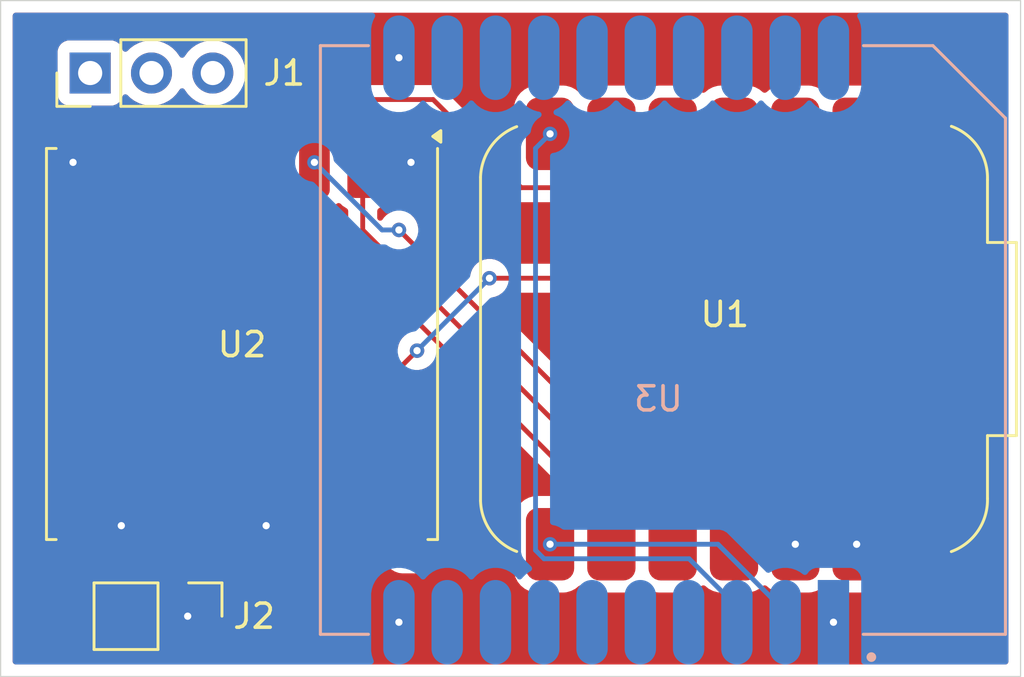
<source format=kicad_pcb>
(kicad_pcb (version 20241229) (generator "pcbnew") (generator_version "9.0")
  (layers (0 "F.Cu" signal) (4 "In1.Cu" signal) (6 "In2.Cu" signal) (2 "B.Cu" signal) (13 "F.Paste" user) (15 "B.Paste" user) (5 "F.SilkS" user "F.Silkscreen") (7 "B.SilkS" user "B.Silkscreen") (1 "F.Mask" user) (3 "B.Mask" user) (25 "Edge.Cuts" user))
  (net 0 "")
  (net 1 "+3.3V")
  (net 2 "MISO")
  (net 3 "GND")
  (net 4 "DI0")
  (net 5 "SCK")
  (net 8 "+5V")
  (net 9 "MOSI")
  (net 11 "GPSTX")
  (net 13 "GPSRX")
  (net 17 "NSS")
  (net 37 "RFANT")
  (footprint "JOE Library:MCU_Seeed_ESP32C6 joe" (layer "F.Cu") (at 174.63 88.77 -90)
    (property "Reference" "U1" (at -1.02 0.38 0) (layer "F.SilkS"))
    (property "Value" "XIAO-ESP32-C6")
    (fp_line (start -6.7 10.5) (end 6.7 10.5) (stroke (width 0.12)) (layer "F.SilkS"))
    (fp_line (start -4 -10.5) (end -6.6 -10.5) (stroke (width 0.12)) (layer "F.SilkS"))
    (fp_line (start -4 -10.5) (end -4 -11.7) (stroke (width 0.12)) (layer "F.SilkS"))
    (fp_line (start 6.6 -10.5) (end 4 -10.5) (stroke (width 0.12)) (layer "F.SilkS"))
    (fp_line (start -4 -11.7) (end 4 -11.7) (stroke (width 0.12)) (layer "F.SilkS"))
    (fp_line (start 4 -11.7) (end 4 -10.5) (stroke (width 0.12)) (layer "F.SilkS"))
    (fp_arc (start -6.7 10.5) (mid -7.977232 10.068125) (end -8.8 9) (stroke (width 0.12)) (layer "F.SilkS"))
    (fp_arc (start 8.8 9) (mid 7.977232 10.068125) (end 6.7 10.5) (stroke (width 0.12)) (layer "F.SilkS"))
    (fp_arc (start -8.812892 -9.00468) (mid -7.949609 -10.111769) (end -6.600468 -10.499999) (stroke (width 0.12)) (layer "F.SilkS"))
    (fp_arc (start 6.6 -10.499999) (mid 7.944325 -10.107116) (end 8.804034 -9.001464) (stroke (width 0.12)) (layer "F.SilkS"))
    (pad "1" smd roundrect (at -8.5 -7.62 270) (size 3 2) (layers "F.Cu" "F.Mask" "F.Paste"))
    (pad "2" smd roundrect (at -8.5 -5.08 270) (size 3 2) (layers "F.Cu" "F.Mask" "F.Paste") (net 4 "DI0"))
    (pad "3" smd roundrect (at -8.5 -2.54 270) (size 3 2) (layers "F.Cu" "F.Mask" "F.Paste") (net 17 "NSS"))
    (pad "4" smd roundrect (at -8.5 0 270) (size 3 2) (layers "F.Cu" "F.Mask" "F.Paste"))
    (pad "5" smd roundrect (at -8.5 2.54 270) (size 3 2) (layers "F.Cu" "F.Mask" "F.Paste"))
    (pad "6" smd roundrect (at -8.5 5.08 270) (size 3 2) (layers "F.Cu" "F.Mask" "F.Paste"))
    (pad "7" smd roundrect (at -8.5 7.62 270) (size 3 2) (layers "F.Cu" "F.Mask" "F.Paste") (net 13 "GPSRX"))
    (pad "8" smd roundrect (at 8.5 7.62 270) (size 3 2) (layers "F.Cu" "F.Mask" "F.Paste") (net 11 "GPSTX"))
    (pad "9" smd roundrect (at 8.5 5.08 270) (size 3 2) (layers "F.Cu" "F.Mask" "F.Paste") (net 5 "SCK"))
    (pad "10" smd roundrect (at 8.5 2.54 270) (size 3 2) (layers "F.Cu" "F.Mask" "F.Paste") (net 2 "MISO"))
    (pad "11" smd roundrect (at 8.5 0 270) (size 3 2) (layers "F.Cu" "F.Mask" "F.Paste") (net 9 "MOSI"))
    (pad "12" smd roundrect (at 8.5 -2.54 270) (size 3 2) (layers "F.Cu" "F.Mask" "F.Paste") (net 1 "+3.3V"))
    (pad "13" smd roundrect (at 8.5 -5.08 270) (size 3 2) (layers "F.Cu" "F.Mask" "F.Paste") (net 3 "GND"))
    (pad "14" smd roundrect (at 8.5 -7.62 270) (size 3 2) (layers "F.Cu" "F.Mask" "F.Paste") (net 8 "+5V"))
    (pad "15" smd roundrect (at 2.1 0.6 270) (size 3.5 3.5) (property pad_prop_heatsink) (layers "F.Cu" "F.Mask") (roundrect_rratio 0.07142857143))
    (pad "16" smd roundrect (at -4.5 -0.4 270) (size 2.3 1.3) (layers "F.Cu" "F.Mask" "F.Paste") (roundrect_rratio 0.1923076923))
    (pad "17" smd roundrect (at -4.5 -2.3 270) (size 2.3 1.3) (layers "F.Cu" "F.Mask" "F.Paste") (roundrect_rratio 0.1923076923))
    (pad "18" smd circle (at -1.27 -8.62 270) (size 1.3 1.3) (layers "F.Cu" "F.Mask" "F.Paste"))
    (pad "19" smd circle (at -1.27 -6.04 270) (size 1.3 1.3) (layers "F.Cu" "F.Mask" "F.Paste"))
    (pad "20" smd circle (at -1.27 -3.5 270) (size 1.3 1.3) (layers "F.Cu" "F.Mask" "F.Paste"))
    (pad "21" smd circle (at 1.27 -3.5 270) (size 1.3 1.3) (layers "F.Cu" "F.Mask" "F.Paste"))
    (pad "22" smd circle (at 1.27 -6.04 270) (size 1.3 1.3) (layers "F.Cu" "F.Mask" "F.Paste"))
    (pad "23" smd circle (at 1.27 -8.62 270) (size 1.3 1.3) (layers "F.Cu" "F.Mask" "F.Paste"))
  )
  (footprint "Connector_PinHeader_2.54mm:PinHeader_1x03_P2.54mm_Vertical" (layer "F.Cu") (at 147.96 77.75 90)
    (property "Reference" "J1" (at 0 8.04 180) (layer "F.SilkS"))
    (property "Value" "Conn_01x03_Pin" (hide yes))
    (fp_line (start -1.38 -1.38) (end 0 -1.38) (stroke (width 0.12)) (layer "F.SilkS"))
    (fp_line (start -1.38 0) (end -1.38 -1.38) (stroke (width 0.12)) (layer "F.SilkS"))
    (fp_line (start 1.38 1.27) (end 1.38 6.46) (stroke (width 0.12)) (layer "F.SilkS"))
    (fp_line (start -1.38 1.27) (end 1.38 1.27) (stroke (width 0.12)) (layer "F.SilkS"))
    (fp_line (start -1.38 1.27) (end -1.38 6.46) (stroke (width 0.12)) (layer "F.SilkS"))
    (fp_line (start -1.38 6.46) (end 1.38 6.46) (stroke (width 0.12)) (layer "F.SilkS"))
    (pad "1" thru_hole rect (at 0 0 90) (size 1.7 1.7) (drill 1) (layers "*.Cu" "*.Mask") (net 3 "GND"))
    (pad "2" thru_hole circle (at 0 2.54 90) (size 1.7 1.7) (drill 1) (layers "*.Cu" "*.Mask") (net 1 "+3.3V"))
    (pad "3" thru_hole circle (at 0 5.08 90) (size 1.7 1.7) (drill 1) (layers "*.Cu" "*.Mask"))
  )
  (footprint "RF_Module:HOPERF_RFM9XW_SMD" (layer "F.Cu") (at 154.25 88.975 -90)
    (property "Reference" "U2" (at 0.025 0 0) (layer "F.SilkS"))
    (property "Value" "RFM69HCW")
    (fp_line (start -8.1 8.1) (end 8.1 8.1) (stroke (width 0.12)) (layer "F.SilkS"))
    (fp_line (start 8.1 8.1) (end 8.1 7.7) (stroke (width 0.12)) (layer "F.SilkS"))
    (fp_line (start -8.1 7.7) (end -8.1 8.1) (stroke (width 0.12)) (layer "F.SilkS"))
    (fp_line (start -8.1 -8.1) (end 8.1 -8.1) (stroke (width 0.12)) (layer "F.SilkS"))
    (fp_line (start 8.1 -8.1) (end 8.1 -7.7) (stroke (width 0.12)) (layer "F.SilkS"))
    (fp_poly (pts (xy -8.6 -7.9) (xy -8.84 -8.236) (xy -8.36 -8.236) (xy -8.6 -7.9)) (stroke (width 0.12)) (fill yes) (layer "F.SilkS"))
    (pad "1" smd roundrect (at -7.525 -7 270) (size 2.95 1.27) (layers "F.Cu" "F.Mask" "F.Paste") (net 3 "GND"))
    (pad "2" smd roundrect (at -7.525 -5 270) (size 2.95 1.27) (layers "F.Cu" "F.Mask" "F.Paste") (net 2 "MISO"))
    (pad "3" smd roundrect (at -7.525 -3 270) (size 2.95 1.27) (layers "F.Cu" "F.Mask" "F.Paste") (net 9 "MOSI"))
    (pad "4" smd roundrect (at -7.525 -1 270) (size 2.95 1.27) (layers "F.Cu" "F.Mask" "F.Paste") (net 5 "SCK"))
    (pad "5" smd roundrect (at -7.525 1 270) (size 2.95 1.27) (layers "F.Cu" "F.Mask" "F.Paste") (net 17 "NSS"))
    (pad "6" smd roundrect (at -7.525 3 270) (size 2.95 1.27) (layers "F.Cu" "F.Mask" "F.Paste"))
    (pad "7" smd roundrect (at -7.525 5 270) (size 2.95 1.27) (layers "F.Cu" "F.Mask" "F.Paste"))
    (pad "8" smd roundrect (at -7.525 7 270) (size 2.95 1.27) (layers "F.Cu" "F.Mask" "F.Paste") (net 3 "GND"))
    (pad "9" smd roundrect (at 7.525 7 270) (size 2.95 1.27) (layers "F.Cu" "F.Mask" "F.Paste") (net 37 "RFANT"))
    (pad "10" smd roundrect (at 7.525 5 270) (size 2.95 1.27) (layers "F.Cu" "F.Mask" "F.Paste") (net 3 "GND"))
    (pad "11" smd roundrect (at 7.525 3 270) (size 2.95 1.27) (layers "F.Cu" "F.Mask" "F.Paste"))
    (pad "12" smd roundrect (at 7.525 1 270) (size 2.95 1.27) (layers "F.Cu" "F.Mask" "F.Paste"))
    (pad "13" smd roundrect (at 7.525 -1 270) (size 2.95 1.27) (layers "F.Cu" "F.Mask" "F.Paste") (net 1 "+3.3V"))
    (pad "14" smd roundrect (at 7.525 -3 270) (size 2.95 1.27) (layers "F.Cu" "F.Mask" "F.Paste") (net 4 "DI0"))
    (pad "15" smd roundrect (at 7.525 -5 270) (size 2.95 1.27) (layers "F.Cu" "F.Mask" "F.Paste"))
    (pad "16" smd roundrect (at 7.525 -7 270) (size 2.95 1.27) (layers "F.Cu" "F.Mask" "F.Paste"))
  )
  (footprint "Connector_PinHeader_2.54mm:PinHeader_1x02_P2.54mm_Vertical" (layer "F.Cu") (at 152.04 100.25 -90)
    (property "Reference" "J2" (at 0 -2.71 180) (layer "F.SilkS"))
    (property "Value" "Conn_01x02_Pin" (hide yes))
    (fp_line (start -1.38 3.92) (end 1.38 3.92) (stroke (width 0.12)) (layer "F.SilkS"))
    (fp_line (start -1.38 1.27) (end -1.38 3.92) (stroke (width 0.12)) (layer "F.SilkS"))
    (fp_line (start -1.38 1.27) (end 1.38 1.27) (stroke (width 0.12)) (layer "F.SilkS"))
    (fp_line (start 1.38 1.27) (end 1.38 3.92) (stroke (width 0.12)) (layer "F.SilkS"))
    (fp_line (start -1.38 0) (end -1.38 -1.38) (stroke (width 0.12)) (layer "F.SilkS"))
    (fp_line (start -1.38 -1.38) (end 0 -1.38) (stroke (width 0.12)) (layer "F.SilkS"))
    (pad "1" smd rect (at 0 0 270) (size 1.7 1.7) (layers "F.Cu" "F.Mask" "F.Paste") (net 3 "GND"))
    (pad "2" smd circle (at 0 2.54 270) (size 1.7 1.7) (layers "F.Cu" "F.Mask" "F.Paste") (net 37 "RFANT"))
  )
  (footprint "JOE Library:ELT0224-IPEX" (layer "B.Cu") (at 157.497 101 90)
    (property "Reference" "U3" (at 9.75 14.003 0) (layer "B.SilkS") (effects (justify mirror)))
    (property "Value" "ELT0224-IPEX")
    (fp_line (start 24.384 0) (end 0 0) (stroke (width 0.127)) (layer "B.SilkS"))
    (fp_line (start 24.384 0) (end 24.384 1.989) (stroke (width 0.127)) (layer "B.SilkS"))
    (fp_line (start 0 0) (end 0 1.989) (stroke (width 0.127)) (layer "B.SilkS"))
    (fp_line (start 24.384 25.373) (end 24.384 22.5) (stroke (width 0.127)) (layer "B.SilkS"))
    (fp_line (start 21.38 28.378) (end 24.384 25.373) (stroke (width 0.127)) (layer "B.SilkS"))
    (fp_line (start 0 28.378) (end 0 22.489) (stroke (width 0.127)) (layer "B.SilkS"))
    (fp_line (start 0 28.378) (end 21.38 28.378) (stroke (width 0.127)) (layer "B.SilkS"))
    (fp_circle (center -0.945 22.823) (end -0.745 22.823) (fill yes) (layer "B.SilkS"))
    (pad "1" smd rect (at 0.5 21.253 90) (size 3.5 1.3) (layers "B.Cu" "B.Mask") (net 1 "+3.3V"))
    (pad "2" smd oval (at 0.5 19.253 90) (size 3.5 1.3) (layers "B.Cu" "B.Mask") (net 11 "GPSTX"))
    (pad "3" smd oval (at 0.5 17.253 90) (size 3.5 1.3) (layers "B.Cu" "B.Mask") (net 13 "GPSRX"))
    (pad "4" smd oval (at 0.5 15.253 90) (size 3.5 1.3) (layers "B.Cu" "B.Mask"))
    (pad "5" smd oval (at 0.5 13.253 90) (size 3.5 1.3) (layers "B.Cu" "B.Mask"))
    (pad "6" smd oval (at 0.5 11.253 90) (size 3.5 1.3) (layers "B.Cu" "B.Mask"))
    (pad "7" smd oval (at 0.5 9.253 90) (size 3.5 1.3) (layers "B.Cu" "B.Mask"))
    (pad "8" smd oval (at 0.5 7.253 90) (size 3.5 1.3) (layers "B.Cu" "B.Mask"))
    (pad "9" smd oval (at 0.5 5.253 90) (size 3.5 1.3) (layers "B.Cu" "B.Mask"))
    (pad "10" smd oval (at 0.5 3.253 90) (size 3.5 1.3) (layers "B.Cu" "B.Mask") (net 3 "GND"))
    (pad "11" smd oval (at 23.884 3.253 90) (size 3.5 1.3) (layers "B.Cu" "B.Mask") (net 3 "GND"))
    (pad "12" smd oval (at 23.884 5.253 90) (size 3.5 1.3) (layers "B.Cu" "B.Mask"))
    (pad "13" smd oval (at 23.884 7.253 90) (size 3.5 1.3) (layers "B.Cu" "B.Mask"))
    (pad "14" smd oval (at 23.884 9.253 90) (size 3.5 1.3) (layers "B.Cu" "B.Mask"))
    (pad "15" smd oval (at 23.884 11.253 90) (size 3.5 1.3) (layers "B.Cu" "B.Mask"))
    (pad "16" smd oval (at 23.884 13.253 90) (size 3.5 1.3) (layers "B.Cu" "B.Mask"))
    (pad "17" smd oval (at 23.884 15.253 90) (size 3.5 1.3) (layers "B.Cu" "B.Mask"))
    (pad "18" smd oval (at 23.884 17.253 90) (size 3.5 1.3) (layers "B.Cu" "B.Mask"))
    (pad "19" smd oval (at 23.884 19.253 90) (size 3.5 1.3) (layers "B.Cu" "B.Mask"))
    (pad "20" smd oval (at 23.884 21.253 90) (size 3.5 1.3) (layers "B.Cu" "B.Mask"))
  )
  (gr_rect (start 144.25 74.75) (end 186.5 102.75) (stroke (width 0.05)) (fill no) (layer "Edge.Cuts"))
  (via blind (at 177.17 97.27) (size 0.6) (drill 0.3) (layers "F.Cu" "In2.Cu") (net 1))
  (via blind (at 155.25 96.5) (size 0.6) (drill 0.3) (layers "F.Cu" "In2.Cu") (net 1))
  (via blind (at 178.75 100.5) (size 0.6) (drill 0.3) (layers "In2.Cu" "B.Cu") (net 1))
  (segment (start 172.09 97.09) (end 159.25 84.25) (width 0.2) (layer "F.Cu") (net 2))
  (segment (start 159.25 84.25) (end 159.25 81.45) (width 0.2) (layer "F.Cu") (net 2))
  (segment (start 172.09 97.27) (end 172.09 97.09) (width 0.2) (layer "F.Cu") (net 2))
  (via blind (at 147.25 81.45) (size 0.6) (drill 0.3) (layers "F.Cu" "In1.Cu") (net 3))
  (via blind (at 161.25 81.45) (size 0.6) (drill 0.3) (layers "F.Cu" "In1.Cu") (net 3))
  (via blind (at 179.71 97.27) (size 0.6) (drill 0.3) (layers "F.Cu" "In1.Cu") (net 3))
  (via blind (at 152 100.25) (size 0.6) (drill 0.3) (layers "F.Cu" "In1.Cu") (net 3))
  (via blind (at 149.25 96.5) (size 0.6) (drill 0.3) (layers "F.Cu" "In1.Cu") (net 3))
  (via blind (at 160.75 100.5) (size 0.6) (drill 0.3) (layers "In1.Cu" "B.Cu") (net 3))
  (via blind (at 160.75 77.116) (size 0.6) (drill 0.3) (layers "In1.Cu" "B.Cu") (net 3))
  (segment (start 179.71 84.04) (end 179.71 80.27) (width 0.2) (layer "F.Cu") (net 4))
  (segment (start 157.25 93.5) (end 157.25 96.5) (width 0.2) (layer "F.Cu") (net 4))
  (segment (start 177.5 86.25) (end 179.71 84.04) (width 0.2) (layer "F.Cu") (net 4))
  (segment (start 161.5 89.25) (end 157.25 93.5) (width 0.2) (layer "F.Cu") (net 4))
  (segment (start 164.5 86.25) (end 177.5 86.25) (width 0.2) (layer "F.Cu") (net 4))
  (via (at 164.5 86.25) (size 0.6) (drill 0.3) (layers "F.Cu" "B.Cu") (net 4))
  (via (at 161.5 89.25) (size 0.6) (drill 0.3) (layers "F.Cu" "B.Cu") (net 4))
  (segment (start 164.5 86.25) (end 161.5 89.25) (width 0.2) (layer "B.Cu") (net 4))
  (segment (start 169.55 97.27) (end 169.55 96.099692) (width 0.2) (layer "F.Cu") (net 5))
  (segment (start 169.55 97.27) (end 169.55 96.05) (width 0.2) (layer "F.Cu") (net 5))
  (segment (start 155.25 81.799692) (end 155.25 81.45) (width 0.2) (layer "F.Cu") (net 5))
  (segment (start 169.55 96.099692) (end 155.25 81.799692) (width 0.2) (layer "F.Cu") (net 5))
  (segment (start 160.75 84.25) (end 171.75 95.25) (width 0.2) (layer "F.Cu") (net 9))
  (segment (start 171.75 95.25) (end 173.25 95.25) (width 0.2) (layer "F.Cu") (net 9))
  (segment (start 174.02 97.27) (end 174.63 97.27) (width 0.2) (layer "F.Cu") (net 9))
  (segment (start 173.25 95.25) (end 174.375029 96.375029) (width 0.2) (layer "F.Cu") (net 9))
  (segment (start 174.375029 96.375029) (end 174.375029 96.914971) (width 0.2) (layer "F.Cu") (net 9))
  (via (at 157.25 81.45) (size 0.6) (drill 0.3) (layers "F.Cu" "B.Cu") (net 9))
  (via (at 160.75 84.25) (size 0.6) (drill 0.3) (layers "F.Cu" "B.Cu") (net 9))
  (segment (start 160.75 84.25) (end 160.05 84.25) (width 0.2) (layer "B.Cu") (net 9))
  (segment (start 160.05 84.25) (end 157.25 81.45) (width 0.2) (layer "B.Cu") (net 9))
  (via (at 167.01 97.27) (size 0.6) (drill 0.3) (layers "F.Cu" "B.Cu") (net 11))
  (segment (start 176.75 100.055083) (end 176.75 100.5) (width 0.2) (layer "B.Cu") (net 11))
  (segment (start 176.75 100.5) (end 176.25 100) (width 0.2) (layer "B.Cu") (net 11))
  (segment (start 167.01 97.27) (end 173.964917 97.27) (width 0.2) (layer "B.Cu") (net 11))
  (segment (start 173.964917 97.27) (end 176.75 100.055083) (width 0.2) (layer "B.Cu") (net 11))
  (segment (start 167.03 97.25) (end 167.01 97.27) (width 0.2) (layer "B.Cu") (net 11))
  (via (at 167.01 80.27) (size 0.6) (drill 0.3) (layers "F.Cu" "B.Cu") (net 13))
  (segment (start 172.771 97.871) (end 166.761057 97.871) (width 0.2) (layer "B.Cu") (net 13))
  (segment (start 174.75 100.5) (end 174.75 99.85) (width 0.2) (layer "B.Cu") (net 13))
  (segment (start 174.75 99.85) (end 172.771 97.871) (width 0.2) (layer "B.Cu") (net 13))
  (segment (start 166.409 97.518943) (end 166.409 80.871) (width 0.2) (layer "B.Cu") (net 13))
  (segment (start 166.409 80.871) (end 167.01 80.27) (width 0.2) (layer "B.Cu") (net 13))
  (segment (start 174.75 100.5) (end 174.75 99.75) (width 0.2) (layer "B.Cu") (net 13))
  (segment (start 166.761057 97.871) (end 166.409 97.518943) (width 0.2) (layer "B.Cu") (net 13))
  (segment (start 165.8171 82.5) (end 162.1661 78.849) (width 0.2) (layer "F.Cu") (net 17))
  (segment (start 153.25 80) (end 153.25 81.45) (width 0.2) (layer "F.Cu") (net 17))
  (segment (start 177.17 80.27) (end 177.17 81.77) (width 0.2) (layer "F.Cu") (net 17))
  (segment (start 177.17 81.77) (end 176.44 82.5) (width 0.2) (layer "F.Cu") (net 17))
  (segment (start 154.401 78.849) (end 153.25 80) (width 0.2) (layer "F.Cu") (net 17))
  (segment (start 162.1661 78.849) (end 154.401 78.849) (width 0.2) (layer "F.Cu") (net 17))
  (segment (start 176.44 82.5) (end 165.8171 82.5) (width 0.2) (layer "F.Cu") (net 17))
  (segment (start 147.21 96.54) (end 147.25 96.5) (width 0.2) (layer "F.Cu") (net 37))
  (segment (start 149.46 100.25) (end 147.21 98) (width 0.2) (layer "F.Cu") (net 37))
  (segment (start 147.21 98) (end 147.21 96.54) (width 0.2) (layer "F.Cu") (net 37))
  (zone (net 0) (net_name "") (layer "F.Cu") (connect_pads (clearance 0.5)) (min_thickness 0.25) (fill yes (thermal_gap 0.5) (thermal_bridge_width 0.5) (island_removal_mode 1) (island_area_min 10))
    (polygon (pts (xy 144.25 74.75) (xy 186.5 74.75) (xy 186.5 102.75) (xy 144.25 102.75)))
  )
  (zone (net 0) (net_name "") (layer "B.Cu") (priority 1) (connect_pads (clearance 0.5)) (min_thickness 0.25) (fill yes (thermal_gap 0.5) (thermal_bridge_width 0.5) (island_removal_mode 1) (island_area_min 10))
    (polygon (pts (xy 144.25 74.75) (xy 186.5 74.75) (xy 186.5 102.75) (xy 144.25 102.75)))
  )
)
</source>
